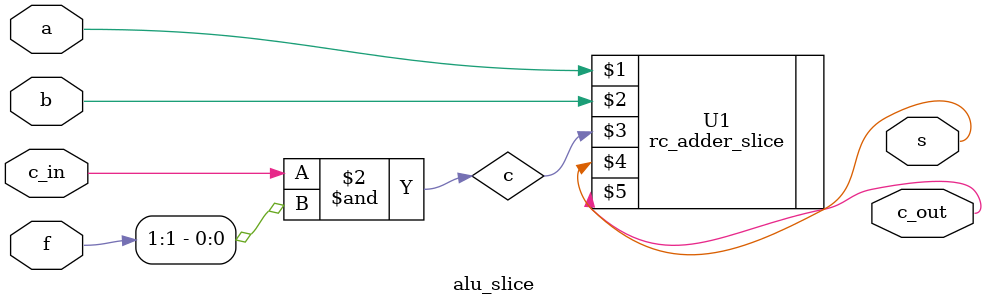
<source format=sv>
module alu_slice (
    input  logic       a, b, c_in,
    input  logic [1:0] f,
    output logic       s, c_out
);

    logic b_inv, c;

    assign b_inv = b ^ f[0];
    assign c = c_in & f[1];

    rc_adder_slice U1 (a, b, c, s, c_out);

endmodule


</source>
